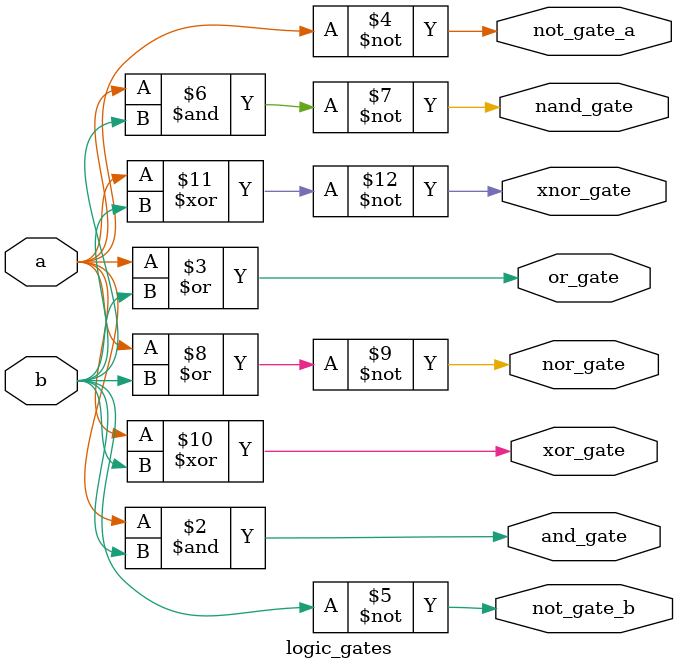
<source format=v>
module logic_gates(
    input wire a,
    input wire b,
    output reg and_gate,
    output reg or_gate,
    output reg not_gate_a,
    output reg not_gate_b,
    output reg nand_gate,
    output reg nor_gate,
    output reg xor_gate,
    output reg xnor_gate
);

    always @(*) begin
        // AND gate
        and_gate = a & b;

        // OR gate
        or_gate = a | b;

        // NOT gates
        not_gate_a = ~a;
        not_gate_b = ~b;

        // NAND gate
        nand_gate = ~(a & b);

        // NOR gate
        nor_gate = ~(a | b);

        // XOR gate
        xor_gate = a ^ b;

        // XNOR gate
        xnor_gate = ~(a ^ b);
    end

endmodule

</source>
